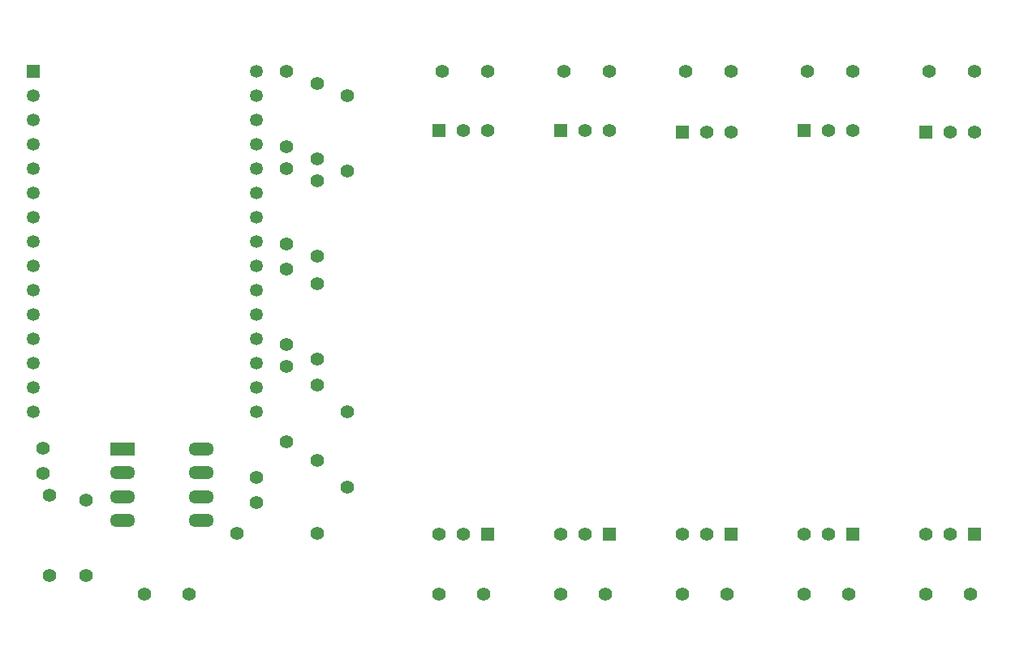
<source format=gbs>
G04 Layer_Color=16711935*
%FSAX24Y24*%
%MOIN*%
G70*
G01*
G75*
%ADD22C,0.0059*%
%ADD23C,0.0559*%
%ADD24R,0.0559X0.0559*%
%ADD25R,0.0531X0.0531*%
%ADD26C,0.0531*%
%ADD27O,0.1043X0.0531*%
%ADD28R,0.1043X0.0531*%
D22*
X053250Y022500D02*
D03*
X013250Y022500D02*
D03*
X053250Y048250D02*
D03*
X013250Y048250D02*
D03*
D23*
X014000Y029450D02*
D03*
X014000Y030500D02*
D03*
X022750Y029300D02*
D03*
X022750Y028250D02*
D03*
X052100Y024500D02*
D03*
X050250Y024500D02*
D03*
X020000Y024500D02*
D03*
X018150Y024500D02*
D03*
X050400Y046000D02*
D03*
X052250Y046000D02*
D03*
X051250Y043500D02*
D03*
X052250Y043500D02*
D03*
X026500Y032000D02*
D03*
X026500Y028900D02*
D03*
X025250Y033100D02*
D03*
X025250Y030000D02*
D03*
X024000Y034750D02*
D03*
X024000Y037850D02*
D03*
X024000Y038900D02*
D03*
X024000Y042000D02*
D03*
X025250Y042400D02*
D03*
X025250Y045500D02*
D03*
X024000Y033850D02*
D03*
X024000Y030750D02*
D03*
X025250Y034150D02*
D03*
X025250Y037250D02*
D03*
X025250Y038400D02*
D03*
X025250Y041500D02*
D03*
X026500Y041900D02*
D03*
X026500Y045000D02*
D03*
X024000Y042900D02*
D03*
X024000Y046000D02*
D03*
X015750Y028350D02*
D03*
X015750Y025250D02*
D03*
X030400Y046000D02*
D03*
X032250Y046000D02*
D03*
X014250Y028550D02*
D03*
X014250Y025250D02*
D03*
X025250Y027000D02*
D03*
X021950Y027000D02*
D03*
X050250Y026950D02*
D03*
X051250Y026950D02*
D03*
X045250Y026950D02*
D03*
X046250Y026950D02*
D03*
X040250Y026950D02*
D03*
X041250Y026950D02*
D03*
X030250Y026950D02*
D03*
X031250Y026950D02*
D03*
X035250Y026950D02*
D03*
X036250Y026950D02*
D03*
X037250Y043550D02*
D03*
X036250Y043550D02*
D03*
X032250Y043550D02*
D03*
X031250Y043550D02*
D03*
X042250Y043500D02*
D03*
X041250Y043500D02*
D03*
X047250Y043550D02*
D03*
X046250Y043550D02*
D03*
X047100Y024500D02*
D03*
X045250Y024500D02*
D03*
X042100Y024500D02*
D03*
X040250Y024500D02*
D03*
X032100Y024500D02*
D03*
X030250Y024500D02*
D03*
X037100Y024500D02*
D03*
X035250Y024500D02*
D03*
X035400Y046000D02*
D03*
X037250Y046000D02*
D03*
X040400Y046000D02*
D03*
X042250Y046000D02*
D03*
X045400Y046000D02*
D03*
X047250Y046000D02*
D03*
D24*
X050250Y043500D02*
D03*
X052250Y026950D02*
D03*
X047250Y026950D02*
D03*
X042250Y026950D02*
D03*
X032250Y026950D02*
D03*
X037250Y026950D02*
D03*
X035250Y043550D02*
D03*
X030250Y043550D02*
D03*
X040250Y043500D02*
D03*
X045250Y043550D02*
D03*
D25*
X013600Y046000D02*
D03*
D26*
X013600Y045000D02*
D03*
X013600Y044000D02*
D03*
X013600Y043000D02*
D03*
X013600Y042000D02*
D03*
X013600Y041000D02*
D03*
X013600Y040000D02*
D03*
X013600Y039000D02*
D03*
X013600Y038000D02*
D03*
X013600Y037000D02*
D03*
X013600Y036000D02*
D03*
X013600Y035000D02*
D03*
X013600Y034000D02*
D03*
X013600Y033000D02*
D03*
X013600Y032000D02*
D03*
X022750Y046000D02*
D03*
X022750Y045000D02*
D03*
X022750Y044000D02*
D03*
X022750Y043000D02*
D03*
X022750Y042000D02*
D03*
X022750Y041000D02*
D03*
X022750Y040000D02*
D03*
X022750Y039000D02*
D03*
X022750Y038000D02*
D03*
X022750Y037000D02*
D03*
X022750Y036000D02*
D03*
X022750Y035000D02*
D03*
X022750Y034000D02*
D03*
X022750Y033000D02*
D03*
X022750Y032000D02*
D03*
D27*
X020500Y027516D02*
D03*
X020500Y028500D02*
D03*
X020500Y029484D02*
D03*
X020500Y030468D02*
D03*
X017248Y027516D02*
D03*
X017248Y028500D02*
D03*
X017248Y029484D02*
D03*
D28*
X017248Y030468D02*
D03*
M02*

</source>
